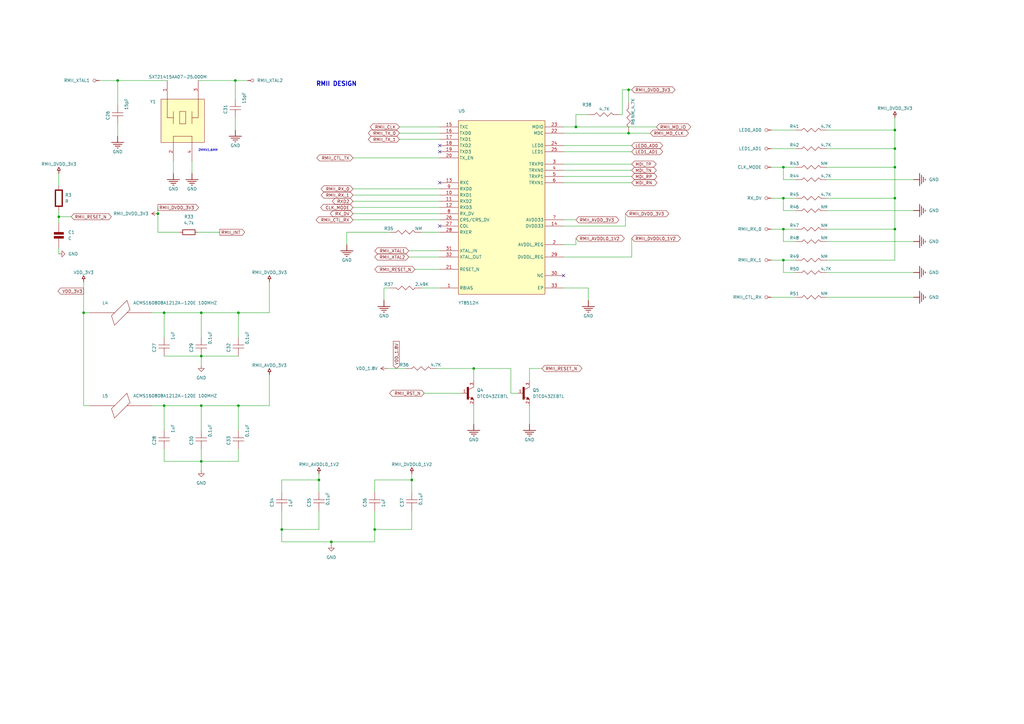
<source format=kicad_sch>
(kicad_sch (version 20250114) (generator "eeschema") (generator_version "9.0")
  (paper "A3")
  (title_block (title "Edgehax 4G to Eth") (date "2025-08-23") (rev "V2") (company "Edgehax") (comment 2 "Varshini CB"))
  (lib_symbols
    (symbol "*:root_0_100304/LCC_1_*"
      (symbol "root_0_100304/LCC_1_*_1_0"
        (pin input line (at -7.62 -2.54 0) (length 7.62) (name "TXC") (number "15"))
        (pin input line (at -7.62 -5.08 0) (length 7.62) (name "TXD0") (number "16"))
        (pin input line (at -7.62 -7.62 0) (length 7.62) (name "TXD1") (number "17"))
        (pin input line (at -7.62 -10.16 0) (length 7.62) (name "TXD2") (number "18"))
        (pin input line (at -7.62 -12.7 0) (length 7.62) (name "TXD3") (number "19"))
        (pin input line (at -7.62 -15.24 0) (length 7.62) (name "TX_EN") (number "20"))
        (pin input line (at -7.62 -25.4 0) (length 7.62) (name "RXC") (number "13"))
        (pin input line (at -7.62 -27.94 0) (length 7.62) (name "RXD0") (number "9"))
        (pin input line (at -7.62 -30.48 0) (length 7.62) (name "RXD1") (number "10"))
        (pin input line (at -7.62 -33.02 0) (length 7.62) (name "RXD2") (number "11"))
        (pin input line (at -7.62 -35.56 0) (length 7.62) (name "RXD3") (number "12"))
        (pin input line (at -7.62 -38.1 0) (length 7.62) (name "RX_DV") (number "8"))
        (pin passive line (at -7.62 -40.64 0) (length 7.62) (name "CRS/CRS_DV") (number "26"))
        (pin passive line (at -7.62 -43.18 0) (length 7.62) (name "COL") (number "27"))
        (pin passive line (at -7.62 -45.72 0) (length 7.62) (name "RXER") (number "28"))
        (pin input line (at -7.62 -53.34 0) (length 7.62) (name "XTAL_IN") (number "31"))
        (pin output line (at -7.62 -55.88 0) (length 7.62) (name "XTAL_OUT") (number "32"))
        (pin input line (at -7.62 -60.96 0) (length 7.62) (name "RESET_N") (number "21"))
        (pin input line (at -7.62 -68.58 0) (length 7.62) (name "RBIAS") (number "1"))
        (pin output line (at 43.18 -2.54 180) (length 7.62) (name "MDIO") (number "23"))
        (pin output line (at 43.18 -5.08 180) (length 7.62) (name "MDC") (number "22"))
        (pin output line (at 43.18 -10.16 180) (length 7.62) (name "LED0") (number "24"))
        (pin output line (at 43.18 -12.7 180) (length 7.62) (name "LED1") (number "25"))
        (pin output line (at 43.18 -17.78 180) (length 7.62) (name "TRXP0") (number "3"))
        (pin output line (at 43.18 -20.32 180) (length 7.62) (name "TRXN0") (number "4"))
        (pin output line (at 43.18 -22.86 180) (length 7.62) (name "TRXP1") (number "5"))
        (pin output line (at 43.18 -25.4 180) (length 7.62) (name "TRXN1") (number "6"))
        (pin power_in line (at 43.18 -40.64 180) (length 7.62) (name "AVDD33") (number "7"))
        (pin power_in line (at 43.18 -43.18 180) (length 7.62) (name "DVDD33") (number "14"))
        (pin power_in line (at 43.18 -50.8 180) (length 7.62) (name "AVDDL_REG") (number "2"))
        (pin power_in line (at 43.18 -55.88 180) (length 7.62) (name "DVDDL_REG") (number "29"))
        (pin passive line (at 43.18 -63.5 180) (length 7.62) (name "NC") (number "30"))
        (pin passive line (at 43.18 -68.58 180) (length 7.62) (name "EP") (number "33"))
      )
    )
    (symbol "*:root_0_BEAD_*" (pin_numbers (hide yes)) (pin_names (hide yes))
      (symbol "root_0_BEAD_*_1_0"
        (pin passive line (at -7.62 -5.08 0) (length 7.62) (name "1") (number "1"))
        (pin passive line (at 17.78 -5.08 180) (length 7.62) (name "2") (number "2"))
      )
    )
    (symbol "*:root_0_CAP NP_*" (pin_numbers (hide yes)) (pin_names (hide yes))
      (symbol "root_0_CAP NP_*_1_0"
        (pin passive line (at 2.54 2.54 270) (length 2.54) (name "1") (number "1"))
        (pin passive line (at 2.54 -5.08 90) (length 2.54) (name "2") (number "2"))
      )
    )
    (symbol "*:root_1_CAP NP_*" (pin_numbers (hide yes)) (pin_names (hide yes))
      (symbol "root_1_CAP NP_*_1_0"
        (pin passive line (at -2.54 2.54 0) (length 2.54) (name "1") (number "1"))
        (pin passive line (at 5.08 2.54 180) (length 2.54) (name "2") (number "2"))
      )
    )
    (symbol "*:root_1_R_Dup1_*" (pin_numbers (hide yes)) (pin_names (hide yes))
      (symbol "root_1_R_Dup1_*_1_0"
        (pin passive line (at -2.54 2.54 0) (length 2.54) (name "1") (number "1"))
        (pin passive line (at 10.16 2.54 180) (length 2.54) (name "2") (number "2"))
      )
    )
    (symbol "*:root_3_R_Dup1_*" (pin_numbers (hide yes)) (pin_names (hide yes))
      (symbol "root_3_R_Dup1_*_1_0"
        (pin passive line (at -10.16 -2.54 0) (length 2.54) (name "2") (number "2"))
        (pin passive line (at 2.54 -2.54 180) (length 2.54) (name "1") (number "1"))
      )
    )
    (symbol "*:root_3_mirrored_CRYSTAL14_0_*" (pin_names (hide yes))
      (symbol "root_3_mirrored_CRYSTAL14_0_*_1_0"
        (pin passive line (at 2.54 7.62 270) (length 7.62) (name "1") (number "1"))
        (pin passive line (at 5.08 -25.4 90) (length 7.62) (name "2") (number "2"))
        (pin passive line (at 12.7 -25.4 90) (length 7.62) (name "4") (number "4"))
        (pin passive line (at 15.24 7.62 270) (length 7.62) (name "3") (number "3"))
      )
    )
    (symbol "DTC043ZEBTL:DTC043ZEBTL" (pin_names (offset 1.016))
      (property "Reference" "Q" (at 3.81 1.27 0))
      (property "Value" "DTC043ZEBTL" (at 3.81 -1.27 0))
      (symbol "DTC043ZEBTL_0_0"
        (pin passive line (at -2.54 0 0) (length 2.54) (name "~") (number "1"))
        (pin passive line (at 2.54 5.08 270) (length 2.54) (name "~") (number "3"))
        (pin passive line (at 2.54 -5.08 90) (length 2.54) (name "~") (number "2"))
      )
    )
    (symbol "Device:R" (pin_numbers (hide yes)) (pin_names (offset 0))
      (property "Reference" "R" (at 2.032 0 90))
      (property "Value" "R" (at 0 0 90))
      (symbol "R_1_1"
        (pin passive line (at 0 3.81 270) (length 1.27) (name "~") (number "1"))
        (pin passive line (at 0 -3.81 90) (length 1.27) (name "~") (number "2"))
      )
    )
    (symbol "EC200A-altium-import:+3V3_ARROW" (power)
      (property "Value" "+3V3" (at 0 -3.81 0))
      (symbol "+3V3_ARROW_0_0"
        (pin power_in line (at 0 0 0) (length 0) (hide yes) (name "+3V3") (number ""))
      )
    )
    (symbol "EC200A-altium-import:CLK_MODE_CIRCLE" (power)
      (property "Value" "CLK_MODE" (at 0 -3.81 0))
      (symbol "CLK_MODE_CIRCLE_0_0"
        (pin power_in line (at 0 0 0) (length 0) (hide yes) (name "CLK_MODE") (number ""))
      )
    )
    (symbol "EC200A-altium-import:GND_POWER_GROUND" (power)
      (property "Value" "GND" (at 0 -6.35 0))
      (symbol "GND_POWER_GROUND_0_0"
        (pin power_in line (at 0 0 0) (length 0) (hide yes) (name "GND") (number ""))
      )
    )
    (symbol "EC200A-altium-import:LED0_AD0_CIRCLE" (power)
      (property "Value" "LED0_AD0" (at 0 -3.81 0))
      (symbol "LED0_AD0_CIRCLE_0_0"
        (pin power_in line (at 0 0 0) (length 0) (hide yes) (name "LED0_AD0") (number ""))
      )
    )
    (symbol "EC200A-altium-import:LED1_AD1_CIRCLE" (power)
      (property "Value" "LED1_AD1" (at 0 -3.81 0))
      (symbol "LED1_AD1_CIRCLE_0_0"
        (pin power_in line (at 0 0 0) (length 0) (hide yes) (name "LED1_AD1") (number ""))
      )
    )
    (symbol "EC200A-altium-import:RMII_AVDDL0_1V2_ARROW" (power)
      (property "Value" "RMII_AVDDL0_1V2" (at 0 -3.81 0))
      (symbol "RMII_AVDDL0_1V2_ARROW_0_0"
        (pin power_in line (at 0 0 0) (length 0) (hide yes) (name "RMII_AVDDL0_1V2") (number ""))
      )
    )
    (symbol "EC200A-altium-import:RMII_AVDD_3V3_ARROW" (power)
      (property "Value" "RMII_AVDD_3V3" (at 0 -3.81 0))
      (symbol "RMII_AVDD_3V3_ARROW_0_0"
        (pin power_in line (at 0 0 0) (length 0) (hide yes) (name "RMII_AVDD_3V3") (number ""))
      )
    )
    (symbol "EC200A-altium-import:RMII_CTL_RX_CIRCLE" (power)
      (property "Value" "RMII_CTL_RX" (at 0 -3.81 0))
      (symbol "RMII_CTL_RX_CIRCLE_0_0"
        (pin power_in line (at 0 0 0) (length 0) (hide yes) (name "RMII_CTL_RX") (number ""))
      )
    )
    (symbol "EC200A-altium-import:RMII_DVDDL0_1V2_ARROW" (power)
      (property "Value" "RMII_DVDDL0_1V2" (at 0 -3.81 0))
      (symbol "RMII_DVDDL0_1V2_ARROW_0_0"
        (pin power_in line (at 0 0 0) (length 0) (hide yes) (name "RMII_DVDDL0_1V2") (number ""))
      )
    )
    (symbol "EC200A-altium-import:RMII_DVDD_3V3_ARROW" (power)
      (property "Value" "RMII_DVDD_3V3" (at 0 -3.81 0))
      (symbol "RMII_DVDD_3V3_ARROW_0_0"
        (pin power_in line (at 0 0 0) (length 0) (hide yes) (name "RMII_DVDD_3V3") (number ""))
      )
    )
    (symbol "EC200A-altium-import:RMII_RX_0_CIRCLE" (power)
      (property "Value" "RMII_RX_0" (at 0 -3.81 0))
      (symbol "RMII_RX_0_CIRCLE_0_0"
        (pin power_in line (at 0 0 0) (length 0) (hide yes) (name "RMII_RX_0") (number ""))
      )
    )
    (symbol "EC200A-altium-import:RMII_RX_1_CIRCLE" (power)
      (property "Value" "RMII_RX_1" (at 0 -3.81 0))
      (symbol "RMII_RX_1_CIRCLE_0_0"
        (pin power_in line (at 0 0 0) (length 0) (hide yes) (name "RMII_RX_1") (number ""))
      )
    )
    (symbol "EC200A-altium-import:RMII_XTAL1_CIRCLE" (power)
      (property "Value" "RMII_XTAL1" (at 0 -3.81 0))
      (symbol "RMII_XTAL1_CIRCLE_0_0"
        (pin power_in line (at 0 0 0) (length 0) (hide yes) (name "RMII_XTAL1") (number ""))
      )
    )
    (symbol "EC200A-altium-import:RMII_XTAL2_CIRCLE" (power)
      (property "Value" "RMII_XTAL2" (at 0 -3.81 0))
      (symbol "RMII_XTAL2_CIRCLE_0_0"
        (pin power_in line (at 0 0 0) (length 0) (hide yes) (name "RMII_XTAL2") (number ""))
      )
    )
    (symbol "EC200A-altium-import:RX_DV_CIRCLE" (power)
      (property "Value" "RX_DV" (at 0 -3.81 0))
      (symbol "RX_DV_CIRCLE_0_0"
        (pin power_in line (at 0 0 0) (length 0) (hide yes) (name "RX_DV") (number ""))
      )
    )
    (symbol "HR911105A:HR911105A" (pin_names (offset 1.016))
      (property "Reference" "J" (at -33.1783 36.2409 0))
      (property "Value" "HR911105A" (at -33.1242 -38.2202 0))
      (symbol "HR911105A_0_0"
        (text "TD+" (at -32.5695 8.302 0) (effects (font (size 1.2772 1.2772)) (justify left bottom)))
        (text "GND" (at -32.5483 -1.9146 0) (effects (font (size 1.2764 1.2764)) (justify left bottom)))
        (text "P4" (at -32.5444 13.4006 0) (effects (font (size 1.2763 1.2763)) (justify left bottom)))
        (text "P5" (at -32.5348 26.1555 0) (effects (font (size 1.2759 1.2759)) (justify left bottom)))
        (text "TD-" (at -32.5142 18.4885 0) (effects (font (size 1.2751 1.2751)) (justify left bottom)))
        (text "RD-" (at -32.4987 31.2242 0) (effects (font (size 1.2745 1.2745)) (justify left bottom)))
        (text "RD+" (at -32.4935 21.0252 0) (effects (font (size 1.2743 1.2743)) (justify left bottom)))
        (text "Yellow LED" (at -25.5352 -21.705 0) (effects (font (size 1.2791 1.2791)) (justify left bottom)))
        (text "Green LED" (at -25.4919 -8.9222 0) (effects (font (size 1.2757 1.2757)) (justify left bottom)))
        (text "1000pF" (at -18.5009 1.2418 0) (effects (font (size 1.2759 1.2759)) (justify left bottom)))
        (text "2KV" (at -17.2312 -0.672 0) (effects (font (size 1.2764 1.2764)) (justify left bottom)))
        (text "75ohm" (at -6.39 -0.6549 900) (effects (font (size 1.278 1.278)) (justify left bottom)))
        (text "75ohm" (at 0 -0.6673 900) (effects (font (size 1.2758 1.2758)) (justify left bottom)))
        (text "75ohm" (at 15.335 -0.6618 900) (effects (font (size 1.2779 1.2779)) (justify left bottom)))
        (text "75ohm" (at 21.6925 -0.6552 900) (effects (font (size 1.276 1.276)) (justify left bottom)))
        (text "J1 TX+" (at 27.4391 14.0069 0) (effects (font (size 1.2765 1.2765)) (justify left bottom)))
        (text "J3 RX+" (at 27.4566 19.1518 0) (effects (font (size 1.2771 1.2771)) (justify left bottom)))
        (text "J2 TX-" (at 27.4571 16.5812 0) (effects (font (size 1.2773 1.2773)) (justify left bottom)))
        (text "J4" (at 27.4594 21.7053 0) (effects (font (size 1.2773 1.2773)) (justify left bottom)))
        (text "J8" (at 27.4681 31.9296 0) (effects (font (size 1.2777 1.2777)) (justify left bottom)))
        (text "J6 RX-" (at 27.4683 26.8166 0) (effects (font (size 1.2777 1.2777)) (justify left bottom)))
        (text "J7" (at 27.469 29.3671 0) (effects (font (size 1.2778 1.2778)) (justify left bottom)))
        (text "J5" (at 27.4773 24.265 0) (effects (font (size 1.2782 1.2782)) (justify left bottom)))
        (pin passive line (at -38.1 30.48 0) (length 5.08) (name "~") (number "6"))
        (pin passive line (at -38.1 25.4 0) (length 5.08) (name "~") (number "5"))
        (pin passive line (at -38.1 20.32 0) (length 5.08) (name "~") (number "3"))
        (pin passive line (at -38.1 17.78 0) (length 5.08) (name "~") (number "2"))
        (pin passive line (at -38.1 12.7 0) (length 5.08) (name "~") (number "4"))
        (pin passive line (at -38.1 7.62 0) (length 5.08) (name "~") (number "1"))
        (pin power_in line (at -38.1 -2.54 0) (length 5.08) (name "~") (number "8"))
        (pin passive line (at -38.1 -10.16 0) (length 5.08) (name "~") (number "9"))
        (pin passive line (at -38.1 -15.24 0) (length 5.08) (name "~") (number "10"))
        (pin passive line (at -38.1 -22.86 0) (length 5.08) (name "~") (number "12"))
        (pin passive line (at -38.1 -27.94 0) (length 5.08) (name "~") (number "11"))
        (pin passive line (at -38.1 -33.02 0) (length 5.08) (name "SHIELD") (number "15"))
        (pin passive line (at -38.1 -33.02 0) (length 5.08) (name "SHIELD") (number "16"))
      )
    )
    (symbol "PCM_Elektuur:C" (pin_numbers (hide yes)) (pin_names (offset 0) (hide yes))
      (property "Reference" "C" (at 0.635 3.175 0))
      (property "Value" "C" (at 0.635 -3.175 0))
      (symbol "C_1_1"
        (pin passive line (at 0 5.08 270) (length 3.8862) (name "+") (number "1"))
        (pin passive line (at 0 -5.08 90) (length 3.8862) (name "-") (number "2"))
      )
      (symbol "C_1_2"
        (pin passive line (at 0 5.08 270) (length 3.5814) (name "+") (number "1"))
        (pin passive line (at 0 -5.08 90) (length 3.5814) (name "-") (number "2"))
      )
    )
    (symbol "PCM_Elektuur:R" (pin_numbers (hide yes)) (pin_names (offset 0) (hide yes))
      (property "Reference" "R" (at 2.54 3.175 0))
      (property "Value" "R" (at 0 0 90))
      (symbol "R_1_1"
        (pin passive line (at 0 5.08 270) (length 1.651) (name "+") (number "1"))
        (pin passive line (at 0 -5.08 90) (length 1.651) (name "-") (number "2"))
      )
      (symbol "R_1_2"
        (pin passive line (at 0 5.08 270) (length 1.651) (name "+") (number "1"))
        (pin passive line (at 0 -5.08 90) (length 1.651) (name "-") (number "2"))
      )
      (symbol "R_1_3"
        (pin passive line (at 0 5.08 270) (length 1.6002) (name "+") (number "1"))
        (pin passive line (at 0 -5.08 90) (length 1.6002) (name "-") (number "2"))
      )
      (symbol "R_1_4"
        (pin passive line (at 0 5.08 270) (length 0.5334) (name "+") (number "1"))
        (pin passive line (at 0 -5.08 90) (length 0.5334) (name "-") (number "2"))
      )
    )
    (symbol "power:GND" (power) (pin_numbers (hide yes)) (pin_names (offset 0) (hide yes))
      (property "Value" "GND" (at 0 -3.81 0))
      (symbol "GND_1_1"
        (pin power_in line (at 0 0 270) (length 0) (name "~") (number "1"))
      )
    )
    (symbol "power:VDD" (power) (pin_numbers (hide yes)) (pin_names (offset 0) (hide yes))
      (property "Value" "VDD" (at 0 3.556 0))
      (symbol "VDD_1_1"
        (pin power_in line (at 0 0 90) (length 0) (name "~") (number "1"))
      )
    )
  )
  (text "RMII DESIGN" (at 129.54 35.56 0) (effects (font (size 1.778 1.778) (thickness 0.3556) (bold yes)) (justify left bottom)))
  (text "2MMX1.6MM" (at 81.28 62.23 0) (effects (font (size 0.889 0.889)) (justify left bottom)))
  (junction (at 82.55 166.37))
  (junction (at 24.13 88.9))
  (junction (at 48.26 33.02))
  (junction (at 236.22 52.07))
  (junction (at 34.29 128.27))
  (junction (at 321.31 81.28))
  (junction (at 485.14 78.74))
  (junction (at 486.41 55.88))
  (junction (at 321.31 106.68))
  (junction (at 82.55 128.27))
  (junction (at 367.03 53.34))
  (junction (at 82.55 146.05))
  (junction (at 321.31 93.98))
  (junction (at 64.77 87.63))
  (junction (at 257.81 54.61))
  (junction (at 97.79 166.37))
  (junction (at 67.31 128.27))
  (junction (at 97.79 128.27))
  (junction (at 67.31 166.37))
  (junction (at 321.31 68.58))
  (junction (at 367.03 81.28))
  (junction (at 115.57 217.17))
  (junction (at 82.55 189.23))
  (junction (at 367.03 68.58))
  (junction (at 194.31 151.13))
  (junction (at 130.81 196.85))
  (junction (at 257.81 36.83))
  (junction (at 153.67 217.17))
  (junction (at 135.89 222.25))
  (junction (at 367.03 60.96))
  (junction (at 367.03 93.98))
  (junction (at 168.91 196.85))
  (junction (at 96.52 33.02))
  (no_connect (at 180.34 59.69))
  (no_connect (at 180.34 62.23))
  (no_connect (at 180.34 74.93))
  (no_connect (at 231.14 113.03))
  (no_connect (at 180.34 92.71))
  (wire (pts (xy 160.02 118.11) (xy 157.48 118.11)))
  (wire (pts (xy 168.91 209.55) (xy 168.91 217.17)))
  (wire (pts (xy 135.89 222.25) (xy 153.67 222.25)))
  (wire (pts (xy 367.03 93.98) (xy 339.09 93.98)))
  (wire (pts (xy 231.14 52.07) (xy 236.22 52.07)))
  (wire (pts (xy 180.34 77.47) (xy 144.78 77.47)))
  (wire (pts (xy 374.65 73.66) (xy 339.09 73.66)))
  (wire (pts (xy 321.31 68.58) (xy 326.39 68.58)))
  (wire (pts (xy 339.09 106.68) (xy 367.03 106.68)))
  (wire (pts (xy 367.03 60.96) (xy 367.03 53.34)))
  (wire (pts (xy 326.39 53.34) (xy 316.23 53.34)))
  (wire (pts (xy 180.34 80.01) (xy 144.78 80.01)))
  (wire (pts (xy 115.57 201.93) (xy 115.57 196.85)))
  (wire (pts (xy 97.79 138.43) (xy 97.79 128.27)))
  (wire (pts (xy 71.12 71.12) (xy 71.12 66.04)))
  (wire (pts (xy 64.77 85.09) (xy 64.77 87.63)))
  (wire (pts (xy 367.03 93.98) (xy 367.03 81.28)))
  (wire (pts (xy 180.34 57.15) (xy 163.83 57.15)))
  (wire (pts (xy 67.31 189.23) (xy 82.55 189.23)))
  (wire (pts (xy 64.77 87.63) (xy 64.77 95.25)))
  (wire (pts (xy 168.91 196.85) (xy 168.91 194.31)))
  (wire (pts (xy 36.83 128.27) (xy 34.29 128.27)))
  (wire (pts (xy 209.55 151.13) (xy 209.55 161.29)))
  (wire (pts (xy 172.72 95.25) (xy 180.34 95.25)))
  (wire (pts (xy 142.24 95.25) (xy 142.24 100.33)))
  (wire (pts (xy 326.39 60.96) (xy 316.23 60.96)))
  (wire (pts (xy 259.08 105.41) (xy 259.08 97.79)))
  (wire (pts (xy 257.81 36.83) (xy 259.08 36.83)))
  (wire (pts (xy 505.46 78.74) (xy 508 78.74)))
  (wire (pts (xy 82.55 189.23) (xy 82.55 193.04)))
  (wire (pts (xy 173.99 161.29) (xy 189.23 161.29)))
  (wire (pts (xy 157.48 118.11) (xy 157.48 123.19)))
  (wire (pts (xy 180.34 87.63) (xy 144.78 87.63)))
  (wire (pts (xy 485.14 91.44) (xy 491.49 91.44)))
  (wire (pts (xy 321.31 86.36) (xy 321.31 81.28)))
  (wire (pts (xy 222.25 151.13) (xy 217.17 151.13)))
  (wire (pts (xy 97.79 176.53) (xy 97.79 166.37)))
  (wire (pts (xy 167.64 105.41) (xy 180.34 105.41)))
  (wire (pts (xy 254 46.99) (xy 255.27 46.99)))
  (wire (pts (xy 482.6 43.18) (xy 482.6 55.88)))
  (wire (pts (xy 217.17 173.99) (xy 217.17 166.37)))
  (wire (pts (xy 130.81 217.17) (xy 115.57 217.17)))
  (wire (pts (xy 504.19 71.12) (xy 508 71.12)))
  (wire (pts (xy 316.23 106.68) (xy 321.31 106.68)))
  (wire (pts (xy 236.22 90.17) (xy 231.14 90.17)))
  (wire (pts (xy 24.13 88.9) (xy 29.21 88.9)))
  (wire (pts (xy 326.39 86.36) (xy 321.31 86.36)))
  (wire (pts (xy 62.23 166.37) (xy 67.31 166.37)))
  (wire (pts (xy 36.83 166.37) (xy 34.29 166.37)))
  (wire (pts (xy 236.22 97.79) (xy 236.22 100.33)))
  (wire (pts (xy 255.27 36.83) (xy 255.27 46.99)))
  (wire (pts (xy 34.29 128.27) (xy 34.29 115.57)))
  (wire (pts (xy 194.31 156.21) (xy 194.31 151.13)))
  (wire (pts (xy 321.31 111.76) (xy 321.31 106.68)))
  (wire (pts (xy 482.6 55.88) (xy 486.41 55.88)))
  (wire (pts (xy 508 55.88) (xy 497.84 55.88)))
  (wire (pts (xy 82.55 189.23) (xy 97.79 189.23)))
  (wire (pts (xy 158.75 151.13) (xy 166.37 151.13)))
  (wire (pts (xy 82.55 189.23) (xy 82.55 184.15)))
  (wire (pts (xy 374.65 99.06) (xy 339.09 99.06)))
  (wire (pts (xy 97.79 184.15) (xy 97.79 189.23)))
  (wire (pts (xy 508 96.52) (xy 502.92 96.52)))
  (wire (pts (xy 96.52 40.64) (xy 96.52 33.02)))
  (wire (pts (xy 316.23 93.98) (xy 321.31 93.98)))
  (wire (pts (xy 180.34 82.55) (xy 144.78 82.55)))
  (wire (pts (xy 194.31 151.13) (xy 209.55 151.13)))
  (wire (pts (xy 231.14 62.23) (xy 259.08 62.23)))
  (wire (pts (xy 160.02 95.25) (xy 142.24 95.25)))
  (wire (pts (xy 48.26 33.02) (xy 68.58 33.02)))
  (wire (pts (xy 163.83 54.61) (xy 180.34 54.61)))
  (wire (pts (xy 97.79 128.27) (xy 110.49 128.27)))
  (wire (pts (xy 153.67 201.93) (xy 153.67 196.85)))
  (wire (pts (xy 67.31 138.43) (xy 67.31 128.27)))
  (wire (pts (xy 374.65 111.76) (xy 339.09 111.76)))
  (wire (pts (xy 374.65 86.36) (xy 339.09 86.36)))
  (wire (pts (xy 339.09 60.96) (xy 367.03 60.96)))
  (wire (pts (xy 34.29 166.37) (xy 34.29 128.27)))
  (wire (pts (xy 367.03 106.68) (xy 367.03 93.98)))
  (wire (pts (xy 326.39 73.66) (xy 321.31 73.66)))
  (wire (pts (xy 82.55 176.53) (xy 82.55 166.37)))
  (wire (pts (xy 67.31 146.05) (xy 82.55 146.05)))
  (wire (pts (xy 231.14 54.61) (xy 257.81 54.61)))
  (wire (pts (xy 67.31 128.27) (xy 82.55 128.27)))
  (wire (pts (xy 81.28 95.25) (xy 90.17 95.25)))
  (wire (pts (xy 130.81 209.55) (xy 130.81 217.17)))
  (wire (pts (xy 67.31 176.53) (xy 67.31 166.37)))
  (wire (pts (xy 321.31 81.28) (xy 326.39 81.28)))
  (wire (pts (xy 194.31 173.99) (xy 194.31 166.37)))
  (wire (pts (xy 115.57 196.85) (xy 130.81 196.85)))
  (wire (pts (xy 96.52 33.02) (xy 101.6 33.02)))
  (wire (pts (xy 339.09 68.58) (xy 367.03 68.58)))
  (wire (pts (xy 82.55 138.43) (xy 82.55 128.27)))
  (wire (pts (xy 115.57 222.25) (xy 115.57 217.17)))
  (wire (pts (xy 180.34 110.49) (xy 170.18 110.49)))
  (wire (pts (xy 316.23 81.28) (xy 321.31 81.28)))
  (wire (pts (xy 172.72 118.11) (xy 180.34 118.11)))
  (wire (pts (xy 81.28 33.02) (xy 96.52 33.02)))
  (wire (pts (xy 321.31 106.68) (xy 326.39 106.68)))
  (wire (pts (xy 257.81 36.83) (xy 257.81 41.91)))
  (wire (pts (xy 78.74 71.12) (xy 78.74 66.04)))
  (wire (pts (xy 130.81 196.85) (xy 130.81 194.31)))
  (wire (pts (xy 115.57 222.25) (xy 135.89 222.25)))
  (wire (pts (xy 367.03 68.58) (xy 367.03 60.96)))
  (wire (pts (xy 231.14 69.85) (xy 259.08 69.85)))
  (wire (pts (xy 217.17 156.21) (xy 217.17 151.13)))
  (wire (pts (xy 256.54 92.71) (xy 256.54 87.63)))
  (wire (pts (xy 180.34 64.77) (xy 144.78 64.77)))
  (wire (pts (xy 24.13 88.9) (xy 24.13 91.44)))
  (wire (pts (xy 231.14 59.69) (xy 259.08 59.69)))
  (wire (pts (xy 231.14 92.71) (xy 256.54 92.71)))
  (wire (pts (xy 97.79 166.37) (xy 110.49 166.37)))
  (wire (pts (xy 485.14 78.74) (xy 485.14 91.44)))
  (wire (pts (xy 96.52 53.34) (xy 96.52 48.26)))
  (wire (pts (xy 209.55 161.29) (xy 212.09 161.29)))
  (wire (pts (xy 502.92 83.82) (xy 508 83.82)))
  (wire (pts (xy 490.22 43.18) (xy 482.6 43.18)))
  (wire (pts (xy 24.13 71.12) (xy 24.13 76.2)))
  (wire (pts (xy 24.13 86.36) (xy 24.13 88.9)))
  (wire (pts (xy 179.07 151.13) (xy 194.31 151.13)))
  (wire (pts (xy 231.14 67.31) (xy 259.08 67.31)))
  (wire (pts (xy 24.13 101.6) (xy 24.13 104.14)))
  (wire (pts (xy 163.83 52.07) (xy 180.34 52.07)))
  (wire (pts (xy 115.57 217.17) (xy 115.57 209.55)))
  (wire (pts (xy 67.31 166.37) (xy 82.55 166.37)))
  (wire (pts (xy 153.67 222.25) (xy 153.67 217.17)))
  (wire (pts (xy 486.41 55.88) (xy 486.41 58.42)))
  (wire (pts (xy 82.55 146.05) (xy 82.55 149.86)))
  (wire (pts (xy 231.14 74.93) (xy 259.08 74.93)))
  (wire (pts (xy 316.23 68.58) (xy 321.31 68.58)))
  (wire (pts (xy 321.31 99.06) (xy 321.31 93.98)))
  (wire (pts (xy 82.55 146.05) (xy 97.79 146.05)))
  (wire (pts (xy 236.22 100.33) (xy 231.14 100.33)))
  (wire (pts (xy 486.41 55.88) (xy 490.22 55.88)))
  (wire (pts (xy 153.67 196.85) (xy 168.91 196.85)))
  (wire (pts (xy 180.34 85.09) (xy 144.78 85.09)))
  (wire (pts (xy 236.22 52.07) (xy 236.22 46.99)))
  (wire (pts (xy 321.31 93.98) (xy 326.39 93.98)))
  (wire (pts (xy 257.81 54.61) (xy 266.7 54.61)))
  (wire (pts (xy 497.84 43.18) (xy 508 43.18)))
  (wire (pts (xy 326.39 111.76) (xy 321.31 111.76)))
  (wire (pts (xy 241.3 118.11) (xy 241.3 123.19)))
  (wire (pts (xy 339.09 121.92) (xy 374.65 121.92)))
  (wire (pts (xy 110.49 128.27) (xy 110.49 115.57)))
  (wire (pts (xy 40.64 33.02) (xy 48.26 33.02)))
  (wire (pts (xy 67.31 189.23) (xy 67.31 184.15)))
  (wire (pts (xy 73.66 95.25) (xy 64.77 95.25)))
  (wire (pts (xy 82.55 166.37) (xy 97.79 166.37)))
  (wire (pts (xy 339.09 53.34) (xy 367.03 53.34)))
  (wire (pts (xy 231.14 118.11) (xy 241.3 118.11)))
  (wire (pts (xy 482.6 78.74) (xy 485.14 78.74)))
  (wire (pts (xy 180.34 90.17) (xy 144.78 90.17)))
  (wire (pts (xy 236.22 52.07) (xy 269.24 52.07)))
  (wire (pts (xy 231.14 105.41) (xy 259.08 105.41)))
  (wire (pts (xy 168.91 201.93) (xy 168.91 196.85)))
  (wire (pts (xy 62.23 128.27) (xy 67.31 128.27)))
  (wire (pts (xy 236.22 46.99) (xy 241.3 46.99)))
  (wire (pts (xy 180.34 102.87) (xy 167.64 102.87)))
  (wire (pts (xy 135.89 222.25) (xy 135.89 223.52)))
  (wire (pts (xy 110.49 166.37) (xy 110.49 153.67)))
  (wire (pts (xy 130.81 201.93) (xy 130.81 196.85)))
  (wire (pts (xy 48.26 43.18) (xy 48.26 33.02)))
  (wire (pts (xy 168.91 217.17) (xy 153.67 217.17)))
  (wire (pts (xy 504.19 91.44) (xy 508 91.44)))
  (wire (pts (xy 255.27 36.83) (xy 257.81 36.83)))
  (wire (pts (xy 485.14 78.74) (xy 492.76 78.74)))
  (wire (pts (xy 367.03 81.28) (xy 339.09 81.28)))
  (wire (pts (xy 326.39 99.06) (xy 321.31 99.06)))
  (wire (pts (xy 153.67 217.17) (xy 153.67 209.55)))
  (wire (pts (xy 321.31 73.66) (xy 321.31 68.58)))
  (wire (pts (xy 367.03 81.28) (xy 367.03 68.58)))
  (wire (pts (xy 326.39 121.92) (xy 316.23 121.92)))
  (wire (pts (xy 231.14 72.39) (xy 259.08 72.39)))
  (wire (pts (xy 48.26 55.88) (xy 48.26 50.8)))
  (wire (pts (xy 367.03 53.34) (xy 367.03 48.26)))
  (wire (pts (xy 82.55 128.27) (xy 97.79 128.27)))
  (global_label "RMII_DVDD_3V3" (shape bidirectional) (at 256.54 87.63 0) (property "Intersheetrefs" "${INTERSHEET_REFS}" (at 274.9087 87.63 0) (effects (justify left))))
  (global_label "RXD2" (shape bidirectional) (at 144.78 82.55 180) (property "Intersheetrefs" "${INTERSHEET_REFS}" (at 135.7247 82.55 0) (effects (justify right))))
  (global_label "RMII_RESET_N" (shape bidirectional) (at 222.25 151.13 0) (property "Intersheetrefs" "${INTERSHEET_REFS}" (at 239.2881 151.13 0) (effects (justify left))))
  (global_label "RMII_MD_IO" (shape bidirectional) (at 269.24 52.07 0) (property "Intersheetrefs" "${INTERSHEET_REFS}" (at 283.8592 52.07 0) (effects (justify left))))
  (global_label "RMII_MD_CLK" (shape bidirectional) (at 266.7 54.61 0) (property "Intersheetrefs" "${INTERSHEET_REFS}" (at 282.952 54.61 0) (effects (justify left))))
  (global_label "RMII_RST_N" (shape bidirectional) (at 173.99 161.29 180) (property "Intersheetrefs" "${INTERSHEET_REFS}" (at 159.2499 161.29 0) (effects (justify right))))
  (global_label "RMII_RESET_N" (shape bidirectional) (at 29.21 88.9 0) (property "Intersheetrefs" "${INTERSHEET_REFS}" (at 46.2481 88.9 0) (effects (justify left))))
  (global_label "RMII_INT" (shape output) (at 90.17 95.25 0) (property "Intersheetrefs" "${INTERSHEET_REFS}" (at 101.0518 95.25 0) (effects (justify left))))
  (global_label "RMII_DVDDL0_1V2" (shape bidirectional) (at 259.08 97.79 0) (property "Intersheetrefs" "${INTERSHEET_REFS}" (at 279.6863 97.79 0) (effects (justify left))))
  (global_label "MDI_TN" (shape bidirectional) (at 259.08 69.85 0) (property "Intersheetrefs" "${INTERSHEET_REFS}" (at 269.7682 69.85 0) (effects (justify left))))
  (global_label "RMII_TX_0" (shape bidirectional) (at 163.83 54.61 180) (property "Intersheetrefs" "${INTERSHEET_REFS}" (at 150.4809 54.61 0) (effects (justify right))))
  (global_label "RMII_DVDD_3V3" (shape output) (at 64.77 85.09 0) (property "Intersheetrefs" "${INTERSHEET_REFS}" (at 82.1227 85.09 0) (effects (justify left))))
  (global_label "RMII_TX_1" (shape bidirectional) (at 163.83 57.15 180) (property "Intersheetrefs" "${INTERSHEET_REFS}" (at 150.4809 57.15 0) (effects (justify right))))
  (global_label "RMII_RX_0" (shape bidirectional) (at 144.78 77.47 180) (property "Intersheetrefs" "${INTERSHEET_REFS}" (at 131.1285 77.47 0) (effects (justify right))))
  (global_label "LED0_AD0" (shape bidirectional) (at 502.92 83.82 180) (property "Intersheetrefs" "${INTERSHEET_REFS}" (at 489.6314 83.82 0) (effects (justify right))))
  (global_label "VDD_3V3" (shape output) (at 34.29 119.38 180) (property "Intersheetrefs" "${INTERSHEET_REFS}" (at 23.1059 119.38 0) (effects (justify right))))
  (global_label "MDI_TN" (shape bidirectional) (at 508 50.8 180) (property "Intersheetrefs" "${INTERSHEET_REFS}" (at 497.3118 50.8 0) (effects (justify right))))
  (global_label "MDI_RP" (shape bidirectional) (at 508 48.26 180) (property "Intersheetrefs" "${INTERSHEET_REFS}" (at 497.0699 48.26 0) (effects (justify right))))
  (global_label "RMII_CTL_RX" (shape bidirectional) (at 144.78 90.17 180) (property "Intersheetrefs" "${INTERSHEET_REFS}" (at 129.0723 90.17 0) (effects (justify right))))
  (global_label "RX_DV" (shape bidirectional) (at 144.78 87.63 180) (property "Intersheetrefs" "${INTERSHEET_REFS}" (at 134.878 87.63 0) (effects (justify right))))
  (global_label "RMII_RX_1" (shape bidirectional) (at 144.78 80.01 180) (property "Intersheetrefs" "${INTERSHEET_REFS}" (at 131.1285 80.01 0) (effects (justify right))))
  (global_label "LED1_AD1" (shape bidirectional) (at 259.08 62.23 0) (property "Intersheetrefs" "${INTERSHEET_REFS}" (at 272.3686 62.23 0) (effects (justify left))))
  (global_label "RMII_XTAL1" (shape bidirectional) (at 167.64 102.87 180) (property "Intersheetrefs" "${INTERSHEET_REFS}" (at 153.1418 102.87 0) (effects (justify right))))
  (global_label "RMII_XTAL2" (shape bidirectional) (at 167.64 105.41 180) (property "Intersheetrefs" "${INTERSHEET_REFS}" (at 153.1418 105.41 0) (effects (justify right))))
  (global_label "RMII_DVDD_3V3" (shape bidirectional) (at 259.08 36.83 0) (property "Intersheetrefs" "${INTERSHEET_REFS}" (at 277.4487 36.83 0) (effects (justify left))))
  (global_label "MDI_TP" (shape bidirectional) (at 508 60.96 180) (property "Intersheetrefs" "${INTERSHEET_REFS}" (at 497.3723 60.96 0) (effects (justify right))))
  (global_label "LED1_AD1" (shape bidirectional) (at 502.92 96.52 180) (property "Intersheetrefs" "${INTERSHEET_REFS}" (at 489.6314 96.52 0) (effects (justify right))))
  (global_label "MDI_RN" (shape bidirectional) (at 508 38.1 180) (property "Intersheetrefs" "${INTERSHEET_REFS}" (at 497.0094 38.1 0) (effects (justify right))))
  (global_label "MDI_RN" (shape bidirectional) (at 259.08 74.93 0) (property "Intersheetrefs" "${INTERSHEET_REFS}" (at 270.0706 74.93 0) (effects (justify left))))
  (global_label "CLK_MODE" (shape bidirectional) (at 144.78 85.09 180) (property "Intersheetrefs" "${INTERSHEET_REFS}" (at 130.9471 85.09 0) (effects (justify right))))
  (global_label "RMII_AVDD_3V3" (shape bidirectional) (at 236.22 90.17 0) (property "Intersheetrefs" "${INTERSHEET_REFS}" (at 254.4073 90.17 0) (effects (justify left))))
  (global_label "RMII_CLK" (shape bidirectional) (at 163.83 52.07 180) (property "Intersheetrefs" "${INTERSHEET_REFS}" (at 151.267 52.07 0) (effects (justify right))))
  (global_label "LED0_AD0" (shape bidirectional) (at 259.08 59.69 0) (property "Intersheetrefs" "${INTERSHEET_REFS}" (at 272.3686 59.69 0) (effects (justify left))))
  (global_label "VDD_1.8V" (shape input) (at 162.56 151.13 90) (property "Intersheetrefs" "${INTERSHEET_REFS}" (at 162.56 139.3411 90) (effects (justify left))))
  (global_label "MDI_TP" (shape bidirectional) (at 259.08 67.31 0) (property "Intersheetrefs" "${INTERSHEET_REFS}" (at 269.7077 67.31 0) (effects (justify left))))
  (global_label "MDI_RP" (shape bidirectional) (at 259.08 72.39 0) (property "Intersheetrefs" "${INTERSHEET_REFS}" (at 270.0101 72.39 0) (effects (justify left))))
  (global_label "RMII_RESET_N" (shape bidirectional) (at 170.18 110.49 180) (property "Intersheetrefs" "${INTERSHEET_REFS}" (at 153.1419 110.49 0) (effects (justify right))))
  (global_label "RMII_AVDDL0_1V2" (shape bidirectional) (at 236.22 97.79 0) (property "Intersheetrefs" "${INTERSHEET_REFS}" (at 256.6449 97.79 0) (effects (justify left))))
  (global_label "RMII_CTL_TX" (shape bidirectional) (at 144.78 64.77 180) (property "Intersheetrefs" "${INTERSHEET_REFS}" (at 129.3747 64.77 0) (effects (justify right))))
  (symbol (lib_id "*:root_1_R_Dup1_*") (at 328.93 101.6 0) (unit 1)
    (property "Reference" "R48" (at 323.85 98.298 0) (effects (justify left bottom)))
    (property "Value" "NM" (at 336.55 98.298 0) (effects (justify left bottom)))
    (property "Footprint" "Resistor_SMD:R_0603_1608Metric" (effects (hide yes)))
  )
  (symbol (lib_id "*:root_1_R_Dup1_*") (at 328.93 76.2 0) (unit 1)
    (property "Reference" "R44" (at 323.85 72.898 0) (effects (justify left bottom)))
    (property "Value" "4.7K" (at 336.55 72.898 0) (effects (justify left bottom)))
    (property "Footprint" "Resistor_SMD:R_0603_1608Metric" (effects (hide yes)))
  )
  (symbol (lib_id "*:root_0_CAP NP_*") (at 64.77 179.07 0) (unit 1)
    (property "Reference" "C28" (at 64.008 182.665 90) (effects (justify left bottom)))
    (property "Value" "1uF" (at 71.628 177.585 90) (effects (justify left bottom)))
    (property "Footprint" "Capacitor_SMD:C_0603_1608Metric" (effects (hide yes)))
  )
  (symbol (lib_id "*:root_0_CAP NP_*") (at 80.01 140.97 0) (unit 1)
    (property "Reference" "C29" (at 79.248 144.565 90) (effects (justify left bottom)))
    (property "Value" "0.1uF" (at 86.868 141.283 90) (effects (justify left bottom)))
    (property "Footprint" "Capacitor_SMD:C_0402_1005Metric" (effects (hide yes)))
  )
  (symbol (lib_id "PCM_Elektuur:R") (at 24.13 81.28 0) (unit 1)
    (property "Reference" "R3" (at 26.67 80.0099 0) (effects (justify left)))
    (property "Value" "R" (at 26.67 82.5499 0) (effects (justify left)))
    (property "Footprint" "Resistor_SMD:R_0402_1005Metric" (effects (hide yes)))
    (property "Description" "resistor" (effects (hide yes)))
    (property "Indicator" "+" (effects (hide yes)))
    (property "Rating" "W" (effects (hide yes)))
  )
  (symbol (lib_id "power:VDD") (at 64.77 87.63 90) (unit 1)
    (property "Reference" "#PWR046" (effects (hide yes)))
    (property "Value" "RMII_DVDD_3V3" (at 60.96 87.6299 90) (effects (justify left)))
    (property "Description" "Power symbol creates a global label with name \"VDD\"" (effects (hide yes)))
  )
  (symbol (lib_id "*:root_0_CAP NP_*") (at 166.37 204.47 0) (unit 1)
    (property "Reference" "C37" (at 165.608 208.065 90) (effects (justify left bottom)))
    (property "Value" "0.1uF" (at 173.228 207.323 90) (effects (justify left bottom)))
    (property "Footprint" "Capacitor_SMD:C_0402_1005Metric" (effects (hide yes)))
  )
  (symbol (lib_id "EC200A-altium-import:GND_POWER_GROUND") (at 374.65 121.92 90) (unit 1)
    (property "Reference" "#PWR0116" (effects (hide yes)))
    (property "Value" "GND" (at 381 121.92 90) (effects (justify right)))
  )
  (symbol (lib_id "EC200A-altium-import:GND_POWER_GROUND") (at 157.48 123.19 0) (unit 1)
    (property "Reference" "#PWR070" (effects (hide yes)))
    (property "Value" "GND" (at 157.48 129.54 0))
  )
  (symbol (lib_id "EC200A-altium-import:GND_POWER_GROUND") (at 374.65 86.36 90) (unit 1)
    (property "Reference" "#PWR0113" (effects (hide yes)))
    (property "Value" "GND" (at 381 86.36 90) (effects (justify right)))
  )
  (symbol (lib_id "EC200A-altium-import:GND_POWER_GROUND") (at 48.26 55.88 0) (unit 1)
    (property "Reference" "#PWR045" (effects (hide yes)))
    (property "Value" "GND" (at 48.26 62.23 0))
  )
  (symbol (lib_id "*:root_1_R_Dup1_*") (at 260.35 52.07 90) (unit 1)
    (property "Reference" "R6" (at 260.35 51.308 0) (effects (justify left bottom)))
    (property "Value" "NM_4.7K" (at 260.35 48.514 0) (effects (justify left bottom)))
    (property "Footprint" "Resistor_SMD:R_0603_1608Metric" (effects (hide yes)))
  )
  (symbol (lib_id "*:root_0_CAP NP_*") (at 128.27 204.47 0) (unit 1)
    (property "Reference" "C35" (at 127.508 208.065 90) (effects (justify left bottom)))
    (property "Value" "0.1uF" (at 135.128 207.323 90) (effects (justify left bottom)))
    (property "Footprint" "Capacitor_SMD:C_0402_1005Metric" (effects (hide yes)))
  )
  (symbol (lib_id "power:GND") (at 82.55 193.04 0) (unit 1)
    (property "Reference" "#PWR051" (effects (hide yes)))
    (property "Value" "GND" (at 82.55 198.12 0))
    (property "Description" "Power symbol creates a global label with name \"GND\" , ground" (effects (hide yes)))
  )
  (symbol (lib_id "EC200A-altium-import:GND_POWER_GROUND") (at 194.31 173.99 0) (unit 1)
    (property "Reference" "#PWR077" (effects (hide yes)))
    (property "Value" "GND" (at 194.31 180.34 0))
  )
  (symbol (lib_id "*:root_1_R_Dup1_*") (at 328.93 55.88 0) (unit 1)
    (property "Reference" "R41" (at 323.85 52.578 0) (effects (justify left bottom)))
    (property "Value" "4.7K" (at 336.55 52.578 0) (effects (justify left bottom)))
    (property "Footprint" "Resistor_SMD:R_0603_1608Metric" (effects (hide yes)))
  )
  (symbol (lib_id "*:root_1_R_Dup1_*") (at 328.93 124.46 0) (unit 1)
    (property "Reference" "R51" (at 323.85 121.158 0) (effects (justify left bottom)))
    (property "Value" "NM" (at 336.55 121.158 0) (effects (justify left bottom)))
    (property "Footprint" "Resistor_SMD:R_0603_1608Metric" (effects (hide yes)))
  )
  (symbol (lib_id "EC200A-altium-import:GND_POWER_GROUND") (at 374.65 111.76 90) (unit 1)
    (property "Reference" "#PWR0115" (effects (hide yes)))
    (property "Value" "GND" (at 381 111.76 90) (effects (justify right)))
  )
  (symbol (lib_id "EC200A-altium-import:GND_POWER_GROUND") (at 217.17 173.99 0) (unit 1)
    (property "Reference" "#PWR078" (effects (hide yes)))
    (property "Value" "GND" (at 217.17 180.34 0))
  )
  (symbol (lib_id "*:root_0_CAP NP_*") (at 113.03 204.47 0) (unit 1)
    (property "Reference" "C34" (at 112.268 208.065 90) (effects (justify left bottom)))
    (property "Value" "1uF" (at 119.888 208.065 90) (effects (justify left bottom)))
    (property "Footprint" "Capacitor_SMD:C_0603_1608Metric" (effects (hide yes)))
  )
  (symbol (lib_id "EC200A-altium-import:RMII_DVDD_3V3_ARROW") (at 367.03 48.26 180) (unit 1)
    (property "Reference" "#PWR0110" (effects (hide yes)))
    (property "Value" "RMII_DVDD_3V3" (at 367.03 44.45 0))
  )
  (symbol (lib_id "*:root_1_R_Dup1_*") (at 168.91 153.67 0) (unit 1)
    (property "Reference" "R36" (at 163.83 150.368 0) (effects (justify left bottom)))
    (property "Value" "4.7K" (at 176.53 150.368 0) (effects (justify left bottom)))
    (property "Footprint" "Resistor_SMD:R_0603_1608Metric" (effects (hide yes)))
  )
  (symbol (lib_id "*:root_0_BEAD_*") (at 44.45 161.29 0) (unit 1)
    (property "Reference" "L5" (at 41.91 163.068 0) (effects (justify left bottom)))
    (property "Value" "ACMS160808A1212A-120E 100MHZ" (at 54.61 163.068 0) (effects (justify left bottom)))
    (property "Footprint" "Inductor_SMD:L_0805_2012Metric" (effects (hide yes)))
  )
  (symbol (lib_id "*:root_1_R_Dup1_*") (at 328.93 109.22 0) (unit 1)
    (property "Reference" "R49" (at 323.85 105.918 0) (effects (justify left bottom)))
    (property "Value" "NM" (at 336.55 105.918 0) (effects (justify left bottom)))
    (property "Footprint" "Resistor_SMD:R_0603_1608Metric" (effects (hide yes)))
  )
  (symbol (lib_id "EC200A-altium-import:RMII_DVDD_3V3_ARROW") (at 482.6 78.74 270) (unit 1)
    (property "Reference" "#PWR037" (effects (hide yes)))
    (property "Value" "RMII_DVDD_3V3" (at 478.79 78.74 90) (effects (justify right)))
  )
  (symbol (lib_id "*:root_0_BEAD_*") (at 44.45 123.19 0) (unit 1)
    (property "Reference" "L4" (at 41.91 124.968 0) (effects (justify left bottom)))
    (property "Value" "ACMS160808A1212A-120E 100MHZ" (at 54.61 124.968 0) (effects (justify left bottom)))
    (property "Footprint" "Inductor_SMD:L_0805_2012Metric" (effects (hide yes)))
  )
  (symbol (lib_id "power:GND") (at 135.89 223.52 0) (unit 1)
    (property "Reference" "#PWR058" (effects (hide yes)))
    (property "Value" "GND" (at 135.89 228.6 0))
    (property "Description" "Power symbol creates a global label with name \"GND\" , ground" (effects (hide yes)))
  )
  (symbol (lib_id "EC200A-altium-import:RMII_DVDD_3V3_ARROW") (at 24.13 71.12 180) (unit 1)
    (property "Reference" "#PWR033" (effects (hide yes)))
    (property "Value" "RMII_DVDD_3V3" (at 24.13 67.31 0))
  )
  (symbol (lib_id "power:GND") (at 24.13 104.14 90) (unit 1)
    (property "Reference" "#PWR031" (effects (hide yes)))
    (property "Value" "GND" (at 27.94 104.1399 90) (effects (justify right)))
    (property "Description" "Power symbol creates a global label with name \"GND\" , ground" (effects (hide yes)))
  )
  (symbol (lib_id "*:root_1_R_Dup1_*") (at 328.93 83.82 0) (unit 1)
    (property "Reference" "R45" (at 323.85 80.518 0) (effects (justify left bottom)))
    (property "Value" "4.7K" (at 336.55 80.518 0) (effects (justify left bottom)))
    (property "Footprint" "Resistor_SMD:R_0603_1608Metric" (effects (hide yes)))
  )
  (symbol (lib_id "*:root_1_CAP NP_*") (at 492.76 45.72 0) (unit 1)
    (property "Reference" "C2" (at 487.68 39.878 0) (effects (justify left bottom)))
    (property "Value" "0.1uF" (at 495.3 39.878 0) (effects (justify left bottom)))
    (property "Footprint" "Capacitor_SMD:C_0402_1005Metric" (effects (hide yes)))
  )
  (symbol (lib_id "EC200A-altium-import:GND_POWER_GROUND") (at 71.12 71.12 0) (unit 1)
    (property "Reference" "#PWR048" (effects (hide yes)))
    (property "Value" "GND" (at 71.12 77.47 0))
  )
  (symbol (lib_id "EC200A-altium-import:GND_POWER_GROUND") (at 78.74 71.12 0) (unit 1)
    (property "Reference" "#PWR049" (effects (hide yes)))
    (property "Value" "GND" (at 78.74 77.47 0))
  )
  (symbol (lib_id "*:root_1_R_Dup1_*") (at 328.93 71.12 0) (unit 1)
    (property "Reference" "R43" (at 323.85 67.818 0) (effects (justify left bottom)))
    (property "Value" "NM" (at 336.55 67.818 0) (effects (justify left bottom)))
    (property "Footprint" "Resistor_SMD:R_0603_1608Metric" (effects (hide yes)))
  )
  (symbol (lib_id "EC200A-altium-import:RMII_RX_0_CIRCLE") (at 316.23 93.98 270) (unit 1)
    (property "Reference" "#PWR0106" (effects (hide yes)))
    (property "Value" "RMII_RX_0" (at 312.42 93.98 90) (effects (justify right)))
  )
  (symbol (lib_id "EC200A-altium-import:RMII_AVDD_3V3_ARROW") (at 110.49 153.67 180) (unit 1)
    (property "Reference" "#PWR056" (effects (hide yes)))
    (property "Value" "RMII_AVDD_3V3" (at 110.49 149.86 0))
  )
  (symbol (lib_id "DTC043ZEBTL:DTC043ZEBTL") (at 214.63 161.29 0) (unit 1)
    (property "Reference" "Q5" (at 218.44 160.0199 0) (effects (justify left)))
    (property "Value" "DTC043ZEBTL" (at 218.44 162.5599 0) (effects (justify left)))
    (property "Footprint" "project_footprints:DTC043ZEBTL" (effects (hide yes)))
    (property "MF" "Rohm" (effects (hide yes)))
    (property "MAXIMUM_PACKAGE_HEIGHT" "0.85mm" (effects (hide yes)))
    (property "Package" "SOT-490 Rohm" (effects (hide yes)))
    (property "Price" "None" (effects (hide yes)))
    (property "Check_prices" "https://www.snapeda.com/parts/DTC043ZEBTL/Rohm/view-part/?ref=eda" (effects (hide yes)))
    (property "STANDARD" "IPC-7351B" (effects (hide yes)))
    (property "PARTREV" "002" (effects (hide yes)))
    (property "SnapEDA_Link" "https://www.snapeda.com/parts/DTC043ZEBTL/Rohm/view-part/?ref=snap" (effects (hide yes)))
    (property "MP" "DTC043ZEBTL" (effects (hide yes)))
    (property "Description_1" "Pre-Biased Bipolar Transistor (BJT) NPN - Pre-Biased 50 V 100 mA 250 MHz 150 mW Surface Mount EMT3F (SOT-416FL)" (effects (hide yes)))
    (property "Availability" "In Stock" (effects (hide yes)))
    (property "MANUFACTURER" "ROHM Semiconductor" (effects (hide yes)))
  )
  (symbol (lib_id "DTC043ZEBTL:DTC043ZEBTL") (at 191.77 161.29 0) (unit 1)
    (property "Reference" "Q4" (at 195.58 160.0199 0) (effects (justify left)))
    (property "Value" "DTC043ZEBTL" (at 195.58 162.5599 0) (effects (justify left)))
    (property "Footprint" "project_footprints:DTC043ZEBTL" (effects (hide yes)))
    (property "MF" "Rohm" (effects (hide yes)))
    (property "MAXIMUM_PACKAGE_HEIGHT" "0.85mm" (effects (hide yes)))
    (property "Package" "SOT-490 Rohm" (effects (hide yes)))
    (property "Price" "None" (effects (hide yes)))
    (property "Check_prices" "https://www.snapeda.com/parts/DTC043ZEBTL/Rohm/view-part/?ref=eda" (effects (hide yes)))
    (property "STANDARD" "IPC-7351B" (effects (hide yes)))
    (property "PARTREV" "002" (effects (hide yes)))
    (property "SnapEDA_Link" "https://www.snapeda.com/parts/DTC043ZEBTL/Rohm/view-part/?ref=snap" (effects (hide yes)))
    (property "MP" "DTC043ZEBTL" (effects (hide yes)))
    (property "Description_1" "Pre-Biased Bipolar Transistor (BJT) NPN - Pre-Biased 50 V 100 mA 250 MHz 150 mW Surface Mount EMT3F (SOT-416FL)" (effects (hide yes)))
    (property "Availability" "In Stock" (effects (hide yes)))
    (property "MANUFACTURER" "ROHM Semiconductor" (effects (hide yes)))
  )
  (symbol (lib_id "*:root_0_100304/LCC_1_*") (at 187.96 49.53 0) (unit 1)
    (property "Reference" "U5" (at 187.96 46.228 0) (effects (justify left bottom)))
    (property "Value" "YT8512H" (at 187.96 124.968 0) (effects (justify left bottom)))
    (property "Footprint" "Package_DFN_QFN:QFN-32-1EP_5x5mm_P0.5mm_EP3.45x3.45mm" (effects (hide yes)))
  )
  (symbol (lib_id "*:root_1_CAP NP_*") (at 492.76 58.42 0) (unit 1)
    (property "Reference" "C5" (at 487.68 52.578 0) (effects (justify left bottom)))
    (property "Value" "0.1uF" (at 495.3 52.578 0) (effects (justify left bottom)))
    (property "Footprint" "Capacitor_SMD:C_0402_1005Metric" (effects (hide yes)))
  )
  (symbol (lib_id "*:root_1_R_Dup1_*") (at 328.93 114.3 0) (unit 1)
    (property "Reference" "R50" (at 323.85 110.998 0) (effects (justify left bottom)))
    (property "Value" "4.7K" (at 336.55 110.998 0) (effects (justify left bottom)))
    (property "Footprint" "Resistor_SMD:R_0603_1608Metric" (effects (hide yes)))
  )
  (symbol (lib_id "*:root_1_R_Dup1_*") (at 328.93 88.9 0) (unit 1)
    (property "Reference" "R46" (at 323.85 85.598 0) (effects (justify left bottom)))
    (property "Value" "NM" (at 336.55 85.598 0) (effects (justify left bottom)))
    (property "Footprint" "Resistor_SMD:R_0603_1608Metric" (effects (hide yes)))
  )
  (symbol (lib_id "EC200A-altium-import:GND_POWER_GROUND") (at 142.24 100.33 0) (unit 1)
    (property "Reference" "#PWR059" (effects (hide yes)))
    (property "Value" "GND" (at 142.24 106.68 0))
  )
  (symbol (lib_id "EC200A-altium-import:RMII_RX_1_CIRCLE") (at 316.23 106.68 270) (unit 1)
    (property "Reference" "#PWR0107" (effects (hide yes)))
    (property "Value" "RMII_RX_1" (at 312.42 106.68 90) (effects (justify right)))
  )
  (symbol (lib_id "Device:R") (at 77.47 95.25 90) (unit 1)
    (property "Reference" "R33" (at 77.47 88.9 90))
    (property "Value" "4.7k" (at 77.47 91.44 90))
    (property "Footprint" "Resistor_SMD:R_0603_1608Metric" (effects (hide yes)))
    (property "Description" "Resistor" (effects (hide yes)))
  )
  (symbol (lib_id "*:root_1_R_Dup1_*") (at 328.93 63.5 0) (unit 1)
    (property "Reference" "R42" (at 323.85 60.198 0) (effects (justify left bottom)))
    (property "Value" "4.7K" (at 336.55 60.198 0) (effects (justify left bottom)))
    (property "Footprint" "Resistor_SMD:R_0603_1608Metric" (effects (hide yes)))
  )
  (symbol (lib_id "EC200A-altium-import:GND_POWER_GROUND") (at 374.65 73.66 90) (unit 1)
    (property "Reference" "#PWR0112" (effects (hide yes)))
    (property "Value" "GND" (at 381 73.66 90) (effects (justify right)))
  )
  (symbol (lib_id "EC200A-altium-import:GND_POWER_GROUND") (at 486.41 58.42 0) (unit 1)
    (property "Reference" "#PWR038" (effects (hide yes)))
    (property "Value" "GND" (at 486.41 64.77 0))
  )
  (symbol (lib_id "*:root_0_CAP NP_*") (at 93.98 43.18 0) (unit 1)
    (property "Reference" "C31" (at 93.218 46.775 90) (effects (justify left bottom)))
    (property "Value" "15pF" (at 100.838 42.594 90) (effects (justify left bottom)))
    (property "Footprint" "Capacitor_SMD:C_0402_1005Metric" (effects (hide yes)))
  )
  (symbol (lib_id "power:GND") (at 82.55 149.86 0) (unit 1)
    (property "Reference" "#PWR050" (effects (hide yes)))
    (property "Value" "GND" (at 82.55 154.94 0))
    (property "Description" "Power symbol creates a global label with name \"GND\" , ground" (effects (hide yes)))
  )
  (symbol (lib_id "*:root_0_CAP NP_*") (at 151.13 204.47 0) (unit 1)
    (property "Reference" "C36" (at 150.368 208.065 90) (effects (justify left bottom)))
    (property "Value" "1uF" (at 157.988 208.065 90) (effects (justify left bottom)))
    (property "Footprint" "Capacitor_SMD:C_0603_1608Metric" (effects (hide yes)))
  )
  (symbol (lib_id "*:root_0_CAP NP_*") (at 95.25 179.07 0) (unit 1)
    (property "Reference" "C33" (at 94.488 182.665 90) (effects (justify left bottom)))
    (property "Value" "0.1uF" (at 102.108 179.383 90) (effects (justify left bottom)))
    (property "Footprint" "Capacitor_SMD:C_0402_1005Metric" (effects (hide yes)))
  )
  (symbol (lib_id "EC200A-altium-import:LED1_AD1_CIRCLE") (at 316.23 60.96 270) (unit 1)
    (property "Reference" "#PWR0103" (effects (hide yes)))
    (property "Value" "LED1_AD1" (at 312.42 60.96 90) (effects (justify right)))
  )
  (symbol (lib_id "EC200A-altium-import:RMII_XTAL2_CIRCLE") (at 101.6 33.02 90) (unit 1)
    (property "Reference" "#PWR054" (effects (hide yes)))
    (property "Value" "RMII_XTAL2" (at 105.41 33.02 90) (effects (justify right)))
  )
  (symbol (lib_id "HR911105A:HR911105A") (at 546.1 68.58 0) (unit 1)
    (property "Reference" "J4" (at 582.93 67.3099 0) (effects (justify left)))
    (property "Value" "HR911105A" (at 582.93 69.8499 0) (effects (justify left)))
    (property "Footprint" "project_footprints:HANRUN_HR911105A" (effects (hide yes)))
    (property "MF" "hanrun" (effects (hide yes)))
    (property "DESCRIPTION" "DIP RJ45 Connector;" (effects (hide yes)))
    (property "PACKAGE" "None" (effects (hide yes)))
    (property "PRICE" "None" (effects (hide yes)))
    (property "Package" "None" (effects (hide yes)))
    (property "Check_prices" "https://www.snapeda.com/parts/HR911105A/HanRun/view-part/?ref=eda" (effects (hide yes)))
    (property "STANDARD" "Manufacturer Recommendation" (effects (hide yes)))
    (property "PARTREV" "A" (effects (hide yes)))
    (property "SnapEDA_Link" "https://www.snapeda.com/parts/HR911105A/HanRun/view-part/?ref=snap" (effects (hide yes)))
    (property "MP" "HR911105A" (effects (hide yes)))
    (property "Price" "None" (effects (hide yes)))
    (property "Availability" "In Stock" (effects (hide yes)))
    (property "AVAILABILITY" "Unavailable" (effects (hide yes)))
  )
  (symbol (lib_id "*:root_0_CAP NP_*") (at 45.72 45.72 0) (unit 1)
    (property "Reference" "C26" (at 44.958 49.315 90) (effects (justify left bottom)))
    (property "Value" "15pF" (at 52.578 45.134 90) (effects (justify left bottom)))
    (property "Footprint" "Capacitor_SMD:C_0402_1005Metric" (effects (hide yes)))
  )
  (symbol (lib_id "EC200A-altium-import:GND_POWER_GROUND") (at 96.52 53.34 0) (unit 1)
    (property "Reference" "#PWR053" (effects (hide yes)))
    (property "Value" "GND" (at 96.52 59.69 0))
  )
  (symbol (lib_id "EC200A-altium-import:+3V3_ARROW") (at 34.29 115.57 180) (unit 1)
    (property "Reference" "#PWR043" (effects (hide yes)))
    (property "Value" "VDD_3V3" (at 34.29 111.76 0))
  )
  (symbol (lib_id "power:GND") (at 508 101.6 270) (unit 1)
    (property "Reference" "#PWR041" (effects (hide yes)))
    (property "Value" "GND" (at 504.19 101.5999 90) (effects (justify right)))
    (property "Description" "Power symbol creates a global label with name \"GND\" , ground" (effects (hide yes)))
  )
  (symbol (lib_id "EC200A-altium-import:RMII_XTAL1_CIRCLE") (at 40.64 33.02 270) (unit 1)
    (property "Reference" "#PWR044" (effects (hide yes)))
    (property "Value" "RMII_XTAL1" (at 36.83 33.02 90) (effects (justify right)))
  )
  (symbol (lib_id "*:root_3_mirrored_CRYSTAL14_0_*") (at 66.04 40.64 0) (unit 1)
    (property "Reference" "Y1" (at 61.468 42.418 0) (effects (justify left bottom)))
    (property "Value" "SXT21415AA07-25.000M" (at 60.96 32.258 0) (effects (justify left bottom)))
    (property "Footprint" "project_footprints:XTAL_SXT21415AA07-25.000MT" (effects (hide yes)))
  )
  (symbol (lib_id "*:root_1_R_Dup1_*") (at 328.93 96.52 0) (unit 1)
    (property "Reference" "R47" (at 323.85 93.218 0) (effects (justify left bottom)))
    (property "Value" "NM" (at 336.55 93.218 0) (effects (justify left bottom)))
    (property "Footprint" "Resistor_SMD:R_0603_1608Metric" (effects (hide yes)))
  )
  (symbol (lib_id "EC200A-altium-import:CLK_MODE_CIRCLE") (at 316.23 68.58 270) (unit 1)
    (property "Reference" "#PWR0104" (effects (hide yes)))
    (property "Value" "CLK_MODE" (at 312.42 68.58 90) (effects (justify right)))
  )
  (symbol (lib_id "*:root_3_R_Dup1_*") (at 170.18 115.57 0) (unit 1)
    (property "Reference" "R37" (at 157.48 117.348 0) (effects (justify left bottom)))
    (property "Value" "2.49K" (at 170.18 117.348 0) (effects (justify left bottom)))
    (property "Footprint" "Resistor_SMD:R_0603_1608Metric" (effects (hide yes)))
  )
  (symbol (lib_id "PCM_Elektuur:C") (at 24.13 96.52 0) (unit 1)
    (property "Reference" "C1" (at 27.94 95.2499 0) (effects (justify left)))
    (property "Value" "C" (at 27.94 97.7899 0) (effects (justify left)))
    (property "Footprint" "Capacitor_SMD:C_0402_1005Metric" (effects (hide yes)))
    (property "Description" "capacitor, non-polarized/bipolar" (effects (hide yes)))
    (property "Indicator" "+" (effects (hide yes)))
    (property "Rating" "V" (effects (hide yes)))
  )
  (symbol (lib_id "EC200A-altium-import:GND_POWER_GROUND") (at 241.3 123.19 0) (unit 1)
    (property "Reference" "#PWR082" (effects (hide yes)))
    (property "Value" "GND" (at 241.3 129.54 0))
  )
  (symbol (lib_id "EC200A-altium-import:RMII_DVDD_3V3_ARROW") (at 110.49 115.57 180) (unit 1)
    (property "Reference" "#PWR055" (effects (hide yes)))
    (property "Value" "RMII_DVDD_3V3" (at 110.49 111.76 0))
  )
  (symbol (lib_id "EC200A-altium-import:RMII_CTL_RX_CIRCLE") (at 316.23 121.92 270) (unit 1)
    (property "Reference" "#PWR0108" (effects (hide yes)))
    (property "Value" "RMII_CTL_RX" (at 312.42 121.92 90) (effects (justify right)))
  )
  (symbol (lib_id "EC200A-altium-import:RX_DV_CIRCLE") (at 316.23 81.28 270) (unit 1)
    (property "Reference" "#PWR0105" (effects (hide yes)))
    (property "Value" "RX_DV" (at 312.42 81.28 90) (effects (justify right)))
  )
  (symbol (lib_id "EC200A-altium-import:RMII_DVDDL0_1V2_ARROW") (at 168.91 194.31 180) (unit 1)
    (property "Reference" "#PWR074" (effects (hide yes)))
    (property "Value" "RMII_DVDDL0_1V2" (at 168.91 190.5 0))
  )
  (symbol (lib_id "*:root_0_CAP NP_*") (at 95.25 140.97 0) (unit 1)
    (property "Reference" "C32" (at 94.488 144.565 90) (effects (justify left bottom)))
    (property "Value" "0.1uF" (at 102.108 141.283 90) (effects (justify left bottom)))
    (property "Footprint" "Capacitor_SMD:C_0402_1005Metric" (effects (hide yes)))
  )
  (symbol (lib_id "*:root_1_R_Dup1_*") (at 162.56 97.79 0) (unit 1)
    (property "Reference" "R35" (at 157.48 94.488 0) (effects (justify left bottom)))
    (property "Value" "NM" (at 170.18 94.488 0) (effects (justify left bottom)))
    (property "Footprint" "Resistor_SMD:R_0603_1608Metric" (effects (hide yes)))
  )
  (symbol (lib_id "power:VDD") (at 158.75 151.13 90) (unit 1)
    (property "Reference" "#PWR024" (effects (hide yes)))
    (property "Value" "VDD_1.8V" (at 154.94 151.1299 90) (effects (justify left)))
    (property "Description" "Power symbol creates a global label with name \"VDD\"" (effects (hide yes)))
  )
  (symbol (lib_id "EC200A-altium-import:RMII_AVDDL0_1V2_ARROW") (at 130.81 194.31 180) (unit 1)
    (property "Reference" "#PWR057" (effects (hide yes)))
    (property "Value" "RMII_AVDDL0_1V2" (at 130.81 190.5 0))
  )
  (symbol (lib_id "*:root_0_CAP NP_*") (at 64.77 140.97 0) (unit 1)
    (property "Reference" "C27" (at 64.008 144.565 90) (effects (justify left bottom)))
    (property "Value" "1uF" (at 71.628 139.485 90) (effects (justify left bottom)))
    (property "Footprint" "Capacitor_SMD:C_0603_1608Metric" (effects (hide yes)))
  )
  (symbol (lib_id "*:root_1_R_Dup1_*") (at 494.03 93.98 0) (unit 1)
    (property "Reference" "R5" (at 490.474 89.408 0) (effects (justify left bottom)))
    (property "Value" "300R" (at 500.38 89.408 0) (effects (justify left bottom)))
    (property "Footprint" "Resistor_SMD:R_0603_1608Metric" (effects (hide yes)))
  )
  (symbol (lib_id "*:root_1_R_Dup1_*") (at 243.84 49.53 0) (unit 1)
    (property "Reference" "R38" (at 238.76 43.688 0) (effects (justify left bottom)))
    (property "Value" "4.7K" (at 245.618 45.466 0) (effects (justify left bottom)))
    (property "Footprint" "Resistor_SMD:R_0603_1608Metric" (effects (hide yes)))
  )
  (symbol (lib_id "power:GND") (at 504.19 71.12 270) (unit 1)
    (property "Reference" "#PWR040" (effects (hide yes)))
    (property "Value" "GND" (at 500.38 71.1199 90) (effects (justify right)))
    (property "Description" "Power symbol creates a global label with name \"GND\" , ground" (effects (hide yes)))
  )
  (symbol (lib_id "*:root_1_R_Dup1_*") (at 495.3 81.28 0) (unit 1)
    (property "Reference" "R2" (at 490.22 75.438 0) (effects (justify left bottom)))
    (property "Value" "300E" (at 502.92 75.438 0) (effects (justify left bottom)))
    (property "Footprint" "Resistor_SMD:R_0603_1608Metric" (effects (hide yes)))
  )
  (symbol (lib_id "EC200A-altium-import:GND_POWER_GROUND") (at 374.65 99.06 90) (unit 1)
    (property "Reference" "#PWR0114" (effects (hide yes)))
    (property "Value" "GND" (at 381 99.06 90) (effects (justify right)))
  )
  (symbol (lib_id "EC200A-altium-import:LED0_AD0_CIRCLE") (at 316.23 53.34 270) (unit 1)
    (property "Reference" "#PWR0102" (effects (hide yes)))
    (property "Value" "LED0_AD0" (at 312.42 53.34 90) (effects (justify right)))
  )
  (symbol (lib_id "*:root_0_CAP NP_*") (at 80.01 179.07 0) (unit 1)
    (property "Reference" "C30" (at 79.248 182.665 90) (effects (justify left bottom)))
    (property "Value" "0.1uF" (at 86.868 179.383 90) (effects (justify left bottom)))
    (property "Footprint" "Capacitor_SMD:C_0402_1005Metric" (effects (hide yes)))
  )
)
</source>
